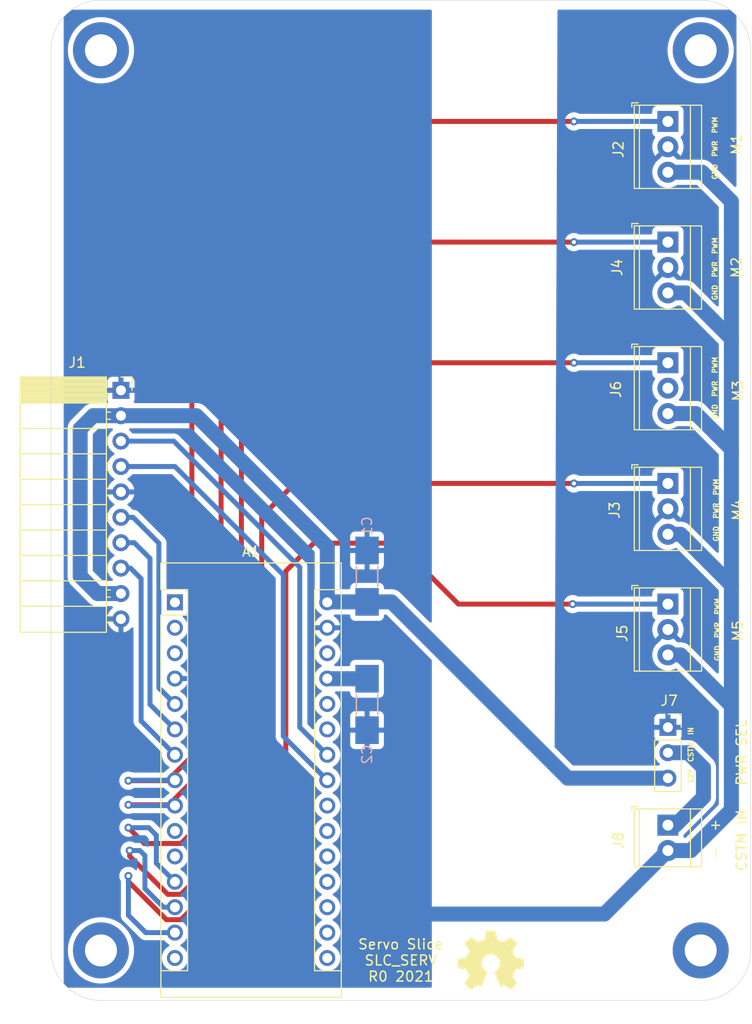
<source format=kicad_pcb>
(kicad_pcb (version 20240108) (generator "pcbnew") (generator_version "8.0")
  (layers (0 "F.Cu" signal) (31 "B.Cu" signal) (34 "B.Paste" user) (35 "F.Paste" user) (36 "B.SilkS" user "B.Silkscreen") (37 "F.SilkS" user "F.Silkscreen") (38 "B.Mask" user) (39 "F.Mask" user) (44 "Edge.Cuts" user))
  (net 0 "")
  (net 1 "Net-(A1-Pad16)")
  (net 2 "Net-(A1-Pad15)")
  (net 3 "GND")
  (net 4 "Net-(A1-Pad28)")
  (net 5 "+5V")
  (net 6 "Net-(A1-Pad11)")
  (net 7 "Net-(A1-Pad26)")
  (net 8 "Net-(A1-Pad10)")
  (net 9 "Net-(A1-Pad25)")
  (net 10 "/I2C_CLK")
  (net 11 "/I2C_DAT")
  (net 12 "Net-(A1-Pad22)")
  (net 13 "/SYNC")
  (net 14 "Net-(A1-Pad21)")
  (net 15 "/E_STOP")
  (net 16 "Net-(A1-Pad20)")
  (net 17 "Net-(A1-Pad19)")
  (net 18 "Net-(A1-Pad3)")
  (net 19 "Net-(A1-Pad18)")
  (net 20 "Net-(A1-Pad2)")
  (net 21 "Net-(A1-Pad17)")
  (net 22 "Net-(A1-Pad1)")
  (net 23 "+12V")
  (net 24 "/INT")
  (net 25 "/PWM1")
  (net 26 "/PWM2")
  (net 27 "/PWM3")
  (net 28 "/PWM4")
  (net 29 "/PWM5")
  (net 30 "/PWR")
  (net 31 "Net-(J6-Pad2)")
  (net 32 "/CSTM")
  (footprint "MountingHole:MountingHole_3.2mm_M3_DIN965_Pad" (layer "F.Cu") (at 127.6 44.8)
    (property "Reference" "H1" (hide yes))
    (property "Value" "MountingHole")
    (pad "1" thru_hole circle (at 0 0) (size 5.6 5.6) (drill 3.2) (layers "*.Cu" "*.Mask"))
  )
  (footprint "MountingHole:MountingHole_3.2mm_M3_DIN965_Pad" (layer "F.Cu") (at 187.6 44.8)
    (property "Reference" "H2" (hide yes))
    (property "Value" "MountingHole")
    (pad "1" thru_hole circle (at 0 0) (size 5.6 5.6) (drill 3.2) (layers "*.Cu" "*.Mask"))
  )
  (footprint "MountingHole:MountingHole_3.2mm_M3_DIN965_Pad" (layer "F.Cu") (at 127.6 134.8)
    (property "Reference" "H3" (hide yes))
    (property "Value" "MountingHole")
    (pad "1" thru_hole circle (at 0 0) (size 5.6 5.6) (drill 3.2) (layers "*.Cu" "*.Mask"))
  )
  (footprint "MountingHole:MountingHole_3.2mm_M3_DIN965_Pad" (layer "F.Cu") (at 187.6 134.8)
    (property "Reference" "H4" (hide yes))
    (property "Value" "MountingHole")
    (pad "1" thru_hole circle (at 0 0) (size 5.6 5.6) (drill 3.2) (layers "*.Cu" "*.Mask"))
  )
  (footprint "Module:Arduino_Nano" (layer "F.Cu") (at 135 100)
    (property "Reference" "A1" (at 7.62 -5.08 0) (layer "F.SilkS"))
    (property "Value" "Arduino_Nano_v3.x")
    (fp_line (start -1.4 -3.94) (end -1.4 -1.27) (stroke (width 0.12)) (layer "F.SilkS"))
    (fp_line (start -1.4 1.27) (end -1.4 39.5) (stroke (width 0.12)) (layer "F.SilkS"))
    (fp_line (start -1.4 39.5) (end 16.64 39.5) (stroke (width 0.12)) (layer "F.SilkS"))
    (fp_line (start 1.27 -1.27) (end -1.4 -1.27) (stroke (width 0.12)) (layer "F.SilkS"))
    (fp_line (start 1.27 1.27) (end -1.4 1.27) (stroke (width 0.12)) (layer "F.SilkS"))
    (fp_line (start 1.27 1.27) (end 1.27 -1.27) (stroke (width 0.12)) (layer "F.SilkS"))
    (fp_line (start 1.27 1.27) (end 1.27 36.83) (stroke (width 0.12)) (layer "F.SilkS"))
    (fp_line (start 1.27 36.83) (end -1.4 36.83) (stroke (width 0.12)) (layer "F.SilkS"))
    (fp_line (start 13.97 -1.27) (end 13.97 36.83) (stroke (width 0.12)) (layer "F.SilkS"))
    (fp_line (start 13.97 -1.27) (end 16.64 -1.27) (stroke (width 0.12)) (layer "F.SilkS"))
    (fp_line (start 13.97 36.83) (end 16.64 36.83) (stroke (width 0.12)) (layer "F.SilkS"))
    (fp_line (start 16.64 -3.94) (end -1.4 -3.94) (stroke (width 0.12)) (layer "F.SilkS"))
    (fp_line (start 16.64 39.5) (end 16.64 -3.94) (stroke (width 0.12)) (layer "F.SilkS"))
    (pad "1" thru_hole rect (at 0 0) (size 1.6 1.6) (drill 1) (layers "*.Cu" "*.Mask") (net 22 "Net-(A1-Pad1)"))
    (pad "2" thru_hole oval (at 0 2.54) (size 1.6 1.6) (drill 1) (layers "*.Cu" "*.Mask") (net 20 "Net-(A1-Pad2)"))
    (pad "3" thru_hole oval (at 0 5.08) (size 1.6 1.6) (drill 1) (layers "*.Cu" "*.Mask") (net 18 "Net-(A1-Pad3)"))
    (pad "4" thru_hole oval (at 0 7.62) (size 1.6 1.6) (drill 1) (layers "*.Cu" "*.Mask") (net 3 "GND"))
    (pad "5" thru_hole oval (at 0 10.16) (size 1.6 1.6) (drill 1) (layers "*.Cu" "*.Mask") (net 15 "/E_STOP"))
    (pad "6" thru_hole oval (at 0 12.7) (size 1.6 1.6) (drill 1) (layers "*.Cu" "*.Mask") (net 24 "/INT"))
    (pad "7" thru_hole oval (at 0 15.24) (size 1.6 1.6) (drill 1) (layers "*.Cu" "*.Mask") (net 13 "/SYNC"))
    (pad "8" thru_hole oval (at 0 17.78) (size 1.6 1.6) (drill 1) (layers "*.Cu" "*.Mask") (net 25 "/PWM1"))
    (pad "9" thru_hole oval (at 0 20.32) (size 1.6 1.6) (drill 1) (layers "*.Cu" "*.Mask") (net 26 "/PWM2"))
    (pad "10" thru_hole oval (at 0 22.86) (size 1.6 1.6) (drill 1) (layers "*.Cu" "*.Mask") (net 8 "Net-(A1-Pad10)"))
    (pad "11" thru_hole oval (at 0 25.4) (size 1.6 1.6) (drill 1) (layers "*.Cu" "*.Mask") (net 6 "Net-(A1-Pad11)"))
    (pad "12" thru_hole oval (at 0 27.94) (size 1.6 1.6) (drill 1) (layers "*.Cu" "*.Mask") (net 27 "/PWM3"))
    (pad "13" thru_hole oval (at 0 30.48) (size 1.6 1.6) (drill 1) (layers "*.Cu" "*.Mask") (net 28 "/PWM4"))
    (pad "14" thru_hole oval (at 0 33.02) (size 1.6 1.6) (drill 1) (layers "*.Cu" "*.Mask") (net 29 "/PWM5"))
    (pad "15" thru_hole oval (at 0 35.56) (size 1.6 1.6) (drill 1) (layers "*.Cu" "*.Mask") (net 2 "Net-(A1-Pad15)"))
    (pad "16" thru_hole oval (at 15.24 35.56) (size 1.6 1.6) (drill 1) (layers "*.Cu" "*.Mask") (net 1 "Net-(A1-Pad16)"))
    (pad "17" thru_hole oval (at 15.24 33.02) (size 1.6 1.6) (drill 1) (layers "*.Cu" "*.Mask") (net 21 "Net-(A1-Pad17)"))
    (pad "18" thru_hole oval (at 15.24 30.48) (size 1.6 1.6) (drill 1) (layers "*.Cu" "*.Mask") (net 19 "Net-(A1-Pad18)"))
    (pad "19" thru_hole oval (at 15.24 27.94) (size 1.6 1.6) (drill 1) (layers "*.Cu" "*.Mask") (net 17 "Net-(A1-Pad19)"))
    (pad "20" thru_hole oval (at 15.24 25.4) (size 1.6 1.6) (drill 1) (layers "*.Cu" "*.Mask") (net 16 "Net-(A1-Pad20)"))
    (pad "21" thru_hole oval (at 15.24 22.86) (size 1.6 1.6) (drill 1) (layers "*.Cu" "*.Mask") (net 14 "Net-(A1-Pad21)"))
    (pad "22" thru_hole oval (at 15.24 20.32) (size 1.6 1.6) (drill 1) (layers "*.Cu" "*.Mask") (net 12 "Net-(A1-Pad22)"))
    (pad "23" thru_hole oval (at 15.24 17.78) (size 1.6 1.6) (drill 1) (layers "*.Cu" "*.Mask") (net 11 "/I2C_DAT"))
    (pad "24" thru_hole oval (at 15.24 15.24) (size 1.6 1.6) (drill 1) (layers "*.Cu" "*.Mask") (net 10 "/I2C_CLK"))
    (pad "25" thru_hole oval (at 15.24 12.7) (size 1.6 1.6) (drill 1) (layers "*.Cu" "*.Mask") (net 9 "Net-(A1-Pad25)"))
    (pad "26" thru_hole oval (at 15.24 10.16) (size 1.6 1.6) (drill 1) (layers "*.Cu" "*.Mask") (net 7 "Net-(A1-Pad26)"))
    (pad "27" thru_hole oval (at 15.24 7.62) (size 1.6 1.6) (drill 1) (layers "*.Cu" "*.Mask") (net 5 "+5V"))
    (pad "28" thru_hole oval (at 15.24 5.08) (size 1.6 1.6) (drill 1) (layers "*.Cu" "*.Mask") (net 4 "Net-(A1-Pad28)"))
    (pad "29" thru_hole oval (at 15.24 2.54) (size 1.6 1.6) (drill 1) (layers "*.Cu" "*.Mask") (net 3 "GND"))
    (pad "30" thru_hole oval (at 15.24 0) (size 1.6 1.6) (drill 1) (layers "*.Cu" "*.Mask") (net 23 "+12V"))
  )
  (footprint "Connector_PinSocket_2.54mm:PinSocket_1x10_P2.54mm_Horizontal" (layer "F.Cu") (at 129.6 78.8)
    (property "Reference" "J1" (at -4.38 -2.77 0) (layer "F.SilkS"))
    (property "Value" "Conn_01x10_Female")
    (fp_line (start -10.09 -1.33) (end -10.09 24.19) (stroke (width 0.12)) (layer "F.SilkS"))
    (fp_line (start -10.09 -1.33) (end -1.46 -1.33) (stroke (width 0.12)) (layer "F.SilkS"))
    (fp_line (start -10.09 -1.21) (end -1.46 -1.21) (stroke (width 0.12)) (layer "F.SilkS"))
    (fp_line (start -10.09 -1.091905) (end -1.46 -1.091905) (stroke (width 0.12)) (layer "F.SilkS"))
    (fp_line (start -10.09 -0.97381) (end -1.46 -0.97381) (stroke (width 0.12)) (layer "F.SilkS"))
    (fp_line (start -10.09 -0.855715) (end -1.46 -0.855715) (stroke (width 0.12)) (layer "F.SilkS"))
    (fp_line (start -10.09 -0.73762) (end -1.46 -0.73762) (stroke (width 0.12)) (layer "F.SilkS"))
    (fp_line (start -10.09 -0.619525) (end -1.46 -0.619525) (stroke (width 0.12)) (layer "F.SilkS"))
    (fp_line (start -10.09 -0.50143) (end -1.46 -0.50143) (stroke (width 0.12)) (layer "F.SilkS"))
    (fp_line (start -10.09 -0.383335) (end -1.46 -0.383335) (stroke (width 0.12)) (layer "F.SilkS"))
    (fp_line (start -10.09 -0.26524) (end -1.46 -0.26524) (stroke (width 0.12)) (layer "F.SilkS"))
    (fp_line (start -10.09 -0.147145) (end -1.46 -0.147145) (stroke (width 0.12)) (layer "F.SilkS"))
    (fp_line (start -10.09 -0.02905) (end -1.46 -0.02905) (stroke (width 0.12)) (layer "F.SilkS"))
    (fp_line (start -10.09 0.089045) (end -1.46 0.089045) (stroke (width 0.12)) (layer "F.SilkS"))
    (fp_line (start -10.09 0.20714) (end -1.46 0.20714) (stroke (width 0.12)) (layer "F.SilkS"))
    (fp_line (start -10.09 0.325235) (end -1.46 0.325235) (stroke (width 0.12)) (layer "F.SilkS"))
    (fp_line (start -10.09 0.44333) (end -1.46 0.44333) (stroke (width 0.12)) (layer "F.SilkS"))
    (fp_line (start -10.09 0.561425) (end -1.46 0.561425) (stroke (width 0.12)) (layer "F.SilkS"))
    (fp_line (start -10.09 0.67952) (end -1.46 0.67952) (stroke (width 0.12)) (layer "F.SilkS"))
    (fp_line (start -10.09 0.797615) (end -1.46 0.797615) (stroke (width 0.12)) (layer "F.SilkS"))
    (fp_line (start -10.09 0.91571) (end -1.46 0.91571) (stroke (width 0.12)) (layer "F.SilkS"))
    (fp_line (start -10.09 1.033805) (end -1.46 1.033805) (stroke (width 0.12)) (layer "F.SilkS"))
    (fp_line (start -10.09 1.1519) (end -1.46 1.1519) (stroke (width 0.12)) (layer "F.SilkS"))
    (fp_line (start -10.09 1.27) (end -1.46 1.27) (stroke (width 0.12)) (layer "F.SilkS"))
    (fp_line (start -10.09 3.81) (end -1.46 3.81) (stroke (width 0.12)) (layer "F.SilkS"))
    (fp_line (start -10.09 6.35) (end -1.46 6.35) (stroke (width 0.12)) (layer "F.SilkS"))
    (fp_line (start -10.09 8.89) (end -1.46 8.89) (stroke (width 0.12)) (layer "F.SilkS"))
    (fp_line (start -10.09 11.43) (end -1.46 11.43) (stroke (width 0.12)) (layer "F.SilkS"))
    (fp_line (start -10.09 13.97) (end -1.46 13.97) (stroke (width 0.12)) (layer "F.SilkS"))
    (fp_line (start -10.09 16.51) (end -1.46 16.51) (stroke (width 0.12)) (layer "F.SilkS"))
    (fp_line (start -10.09 19.05) (end -1.46 19.05) (stroke (width 0.12)) (layer "F.SilkS"))
    (fp_line (start -10.09 21.59) (end -1.46 21.59) (stroke (width 0.12)) (layer "F.SilkS"))
    (fp_line (start -10.09 24.19) (end -1.46 24.19) (stroke (width 0.12)) (layer "F.SilkS"))
    (fp_line (start -1.46 -1.33) (end -1.46 24.19) (stroke (width 0.12)) (layer "F.SilkS"))
    (fp_line (start -1.46 -0.36) (end -1.11 -0.36) (stroke (width 0.12)) (layer "F.SilkS"))
    (fp_line (start -1.46 0.36) (end -1.11 0.36) (stroke (width 0.12)) (layer "F.SilkS"))
    (fp_line (start -1.46 2.18) (end -1.05 2.18) (stroke (width 0.12)) (layer "F.SilkS"))
    (fp_line (start -1.46 2.9) (end -1.05 2.9) (stroke (width 0.12)) (layer "F.SilkS"))
    (fp_line (start -1.46 4.72) (end -1.05 4.72) (stroke (width 0.12)) (layer "F.SilkS"))
    (fp_line (start -1.46 5.44) (end -1.05 5.44) (stroke (width 0.12)) (layer "F.SilkS"))
    (fp_line (start -1.46 7.26) (end -1.05 7.26) (stroke (width 0.12)) (layer "F.SilkS"))
    (fp_line (start -1.46 7.98) (end -1.05 7.98) (stroke (width 0.12)) (layer "F.SilkS"))
    (fp_line (start -1.46 9.8) (end -1.05 9.8) (stroke (width 0.12)) (layer "F.SilkS"))
    (fp_line (start -1.46 10.52) (end -1.05 10.52) (stroke (width 0.12)) (layer "F.SilkS"))
    (fp_line (start -1.46 12.34) (end -1.05 12.34) (stroke (width 0.12)) (layer "F.SilkS"))
    (fp_line (start -1.46 13.06) (end -1.05 13.06) (stroke (width 0.12)) (layer "F.SilkS"))
    (fp_line (start -1.46 14.88) (end -1.05 14.88) (stroke (width 0.12)) (layer "F.SilkS"))
    (fp_line (start -1.46 15.6) (end -1.05 15.6) (stroke (width 0.12)) (layer "F.SilkS"))
    (fp_line (start -1.46 17.42) (end -1.05 17.42) (stroke (width 0.12)) (layer "F.SilkS"))
    (fp_line (start -1.46 18.14) (end -1.05 18.14) (stroke (width 0.12)) (layer "F.SilkS"))
    (fp_line (start -1.46 19.96) (end -1.05 19.96) (stroke (width 0.12)) (layer "F.SilkS"))
    (fp_line (start -1.46 20.68) (end -1.05 20.68) (stroke (width 0.12)) (layer "F.SilkS"))
    (fp_line (start -1.46 22.5) (end -1.05 22.5) (stroke (width 0.12)) (layer "F.SilkS"))
    (fp_line (start -1.46 23.22) (end -1.05 23.22) (stroke (width 0.12)) (layer "F.SilkS"))
    (fp_line (start 0 -1.33) (end 1.11 -1.33) (stroke (width 0.12)) (layer "F.SilkS"))
    (fp_line (start 1.11 -1.33) (end 1.11 0) (stroke (width 0.12)) (layer "F.SilkS"))
    (pad "1" thru_hole rect (at 0 0) (size 1.7 1.7) (drill 1) (layers "*.Cu" "*.Mask") (net 3 "GND"))
    (pad "2" thru_hole oval (at 0 2.54) (size 1.7 1.7) (drill 1) (layers "*.Cu" "*.Mask") (net 23 "+12V"))
    (pad "3" thru_hole oval (at 0 5.08) (size 1.7 1.7) (drill 1) (layers "*.Cu" "*.Mask") (net 10 "/I2C_CLK"))
    (pad "4" thru_hole oval (at 0 7.62) (size 1.7 1.7) (drill 1) (layers "*.Cu" "*.Mask") (net 11 "/I2C_DAT"))
    (pad "5" thru_hole oval (at 0 10.16) (size 1.7 1.7) (drill 1) (layers "*.Cu" "*.Mask") (net 3 "GND"))
    (pad "6" thru_hole oval (at 0 12.7) (size 1.7 1.7) (drill 1) (layers "*.Cu" "*.Mask") (net 15 "/E_STOP"))
    (pad "7" thru_hole oval (at 0 15.24) (size 1.7 1.7) (drill 1) (layers "*.Cu" "*.Mask") (net 24 "/INT"))
    (pad "8" thru_hole oval (at 0 17.78) (size 1.7 1.7) (drill 1) (layers "*.Cu" "*.Mask") (net 13 "/SYNC"))
    (pad "9" thru_hole oval (at 0 20.32) (size 1.7 1.7) (drill 1) (layers "*.Cu" "*.Mask") (net 23 "+12V"))
    (pad "10" thru_hole oval (at 0 22.86) (size 1.7 1.7) (drill 1) (layers "*.Cu" "*.Mask") (net 3 "GND"))
  )
  (footprint "Symbol:OSHW-Symbol_6.7x6mm_SilkScreen" (layer "F.Cu") (at 166.6 135.8)
    (property "Reference" "Logo1" (hide yes))
    (property "Value" "Logo_Open_Hardware_Small" (hide yes))
    (fp_poly (pts (xy 0.555814 -2.531069) (xy 0.639635 -2.086445) (xy 0.94892 -1.958947) (xy 1.258206 -1.831449) (xy 1.629246 -2.083754) (xy 1.733157 -2.154004) (xy 1.827087 -2.216728) (xy 1.906652 -2.269062) (xy 1.96747 -2.308143) (xy 2.005157 -2.331107) (xy 2.015421 -2.336058) (xy 2.03391 -2.323324) (xy 2.07342 -2.288118) (xy 2.129522 -2.234938) (xy 2.197787 -2.168282) (xy 2.273786 -2.092646) (xy 2.353092 -2.012528) (xy 2.431275 -1.932426) (xy 2.503907 -1.856836) (xy 2.566559 -1.790255) (xy 2.614803 -1.737182) (xy 2.64421 -1.702113) (xy 2.651241 -1.690377) (xy 2.641123 -1.66874) (xy 2.612759 -1.621338) (xy 2.569129 -1.552807) (xy 2.513218 -1.467785) (xy 2.448006 -1.370907) (xy 2.410219 -1.31565) (xy 2.341343 -1.214752) (xy 2.28014 -1.123701) (xy 2.229578 -1.04703) (xy 2.192628 -0.989272) (xy 2.172258 -0.954957) (xy 2.169197 -0.947746) (xy 2.176136 -0.927252) (xy 2.195051 -0.879487) (xy 2.223087 -0.811168) (xy 2.257391 -0.729011) (xy 2.295109 -0.63973) (xy 2.333387 -0.550042) (xy 2.36937 -0.466662) (xy 2.400206 -0.396306) (xy 2.423039 -0.34569) (xy 2.435017 -0.321529) (xy 2.435724 -0.320578) (xy 2.454531 -0.315964) (xy 2.504618 -0.305672) (xy 2.580793 -0.290713) (xy 2.677865 -0.272099) (xy 2.790643 -0.250841) (xy 2.856442 -0.238582) (xy 2.97695 -0.215638) (xy 3.085797 -0.193805) (xy 3.177476 -0.174278) (xy 3.246481 -0.158252) (xy 3.287304 -0.146921) (xy 3.295511 -0.143326) (xy 3.303548 -0.118994) (xy 3.310033 -0.064041) (xy 3.31497 0.015108) (xy 3.318364 0.112026) (xy 3.320218 0.220287) (xy 3.320538 0.333465) (xy 3.319327 0.445135) (xy 3.31659 0.548868) (xy 3.312331 0.638241) (xy 3.306555 0.706826) (xy 3.299267 0.748197) (xy 3.294895 0.75681) (xy 3.268764 0.767133) (xy 3.213393 0.781892) (xy 3.136107 0.799352) (xy 3.04423 0.81778) (xy 3.012158 0.823741) (xy 2.857524 0.852066) (xy 2.735375 0.874876) (xy 2.641673 0.89308) (xy 2.572384 0.907583) (xy 2.523471 0.919292) (xy 2.490897 0.929115) (xy 2.470628 0.937956) (xy 2.458626 0.946724) (xy 2.456947 0.948457) (xy 2.440184 0.976371) (xy 2.414614 1.030695) (xy 2.382788 1.104777) (xy 2.34726 1.191965) (xy 2.310583 1.285608) (xy 2.275311 1.379052) (xy 2.243996 1.465647) (xy 2.219193 1.53874) (xy 2.203454 1.591678) (xy 2.199332 1.617811) (xy 2.199676 1.618726) (xy 2.213641 1.640086) (xy 2.245322 1.687084) (xy 2.291391 1.754827) (xy 2.348518 1.838423) (xy 2.413373 1.932982) (xy 2.431843 1.959854) (xy 2.497699 2.057275) (xy 2.55565 2.146163) (xy 2.602538 2.221412) (xy 2.635207 2.27792) (xy 2.6505 2.310581) (xy 2.651241 2.314593) (xy 2.638392 2.335684) (xy 2.602888 2.377464) (xy 2.549293 2.435445) (xy 2.482171 2.505135) (xy 2.406087 2.582045) (xy 2.325604 2.661683) (xy 2.245287 2.739561) (xy 2.169699 2.811186) (xy 2.103405 2.87207) (xy 2.050969 2.917721) (xy 2.016955 2.94365) (xy 2.007545 2.947883) (xy 1.985643 2.937912) (xy 1.9408 2.91102) (xy 1.880321 2.871736) (xy 1.833789 2.840117) (xy 1.749475 2.782098) (xy 1.649626 2.713784) (xy 1.549473 2.645579) (xy 1.495627 2.609075) (xy 1.313371 2.4858) (xy 1.160381 2.56852) (xy 1.090682 2.604759) (xy 1.031414 2.632926) (xy 0.991311 2.648991) (xy 0.981103 2.651226) (xy 0.968829 2.634722) (xy 0.944613 2.588082) (xy 0.910263 2.515609) (xy 0.867588 2.421606) (xy 0.818394 2.310374) (xy 0.76449 2.186215) (xy 0.707684 2.053432) (xy 0.649782 1.916327) (xy 0.592593 1.779202) (xy 0.537924 1.646358) (xy 0.487584 1.522098) (xy 0.44338 1.410725) (xy 0.407119 1.316539) (xy 0.380609 1.243844) (xy 0.365658 1.196941) (xy 0.363254 1.180833) (xy 0.382311 1.160286) (xy 0.424036 1.126933) (xy 0.479706 1.087702) (xy 0.484378 1.084599) (xy 0.628264 0.969423) (xy 0.744283 0.835053) (xy 0.83143 0.685784) (xy 0.888699 0.525913) (xy 0.915086 0.359737) (xy 0.909585 0.191552) (xy 0.87119 0.025655) (xy 0.798895 -0.133658) (xy 0.777626 -0.168513) (xy 0.666996 -0.309263) (xy 0.536302 -0.422286) (xy 0.390064 -0.506997) (xy 0.232808 -0.562806) (xy 0.069057 -0.589126) (xy -0.096667 -0.58537) (xy -0.259838 -0.55095) (xy -0.415935 -0.485277) (xy -0.560433 -0.387765) (xy -0.605131 -0.348187) (xy -0.718888 -0.224297) (xy -0.801782 -0.093876) (xy -0.858644 0.052315) (xy -0.890313 0.197088) (xy -0.898131 0.35986) (xy -0.872062 0.52344) (xy -0.814755 0.682298) (xy -0.728856 0.830906) (xy -0.617014 0.963735) (xy -0.481877 1.075256) (xy -0.464117 1.087011) (xy -0.40785 1.125508) (xy -0.365077 1.158863) (xy -0.344628 1.18016) (xy -0.344331 1.180833) (xy -0.348721 1.203871) (xy -0.366124 1.256157) (xy -0.394732 1.33339) (xy -0.432735 1.431268) (xy -0.478326 1.545491) (xy -0.529697 1.671758) (xy -0.585038 1.805767) (xy -0.642542 1.943218) (xy -0.700399 2.079808) (xy -0.756802 2.211237) (xy -0.809942 2.333205) (xy -0.85801 2.441409) (xy -0.899199 2.531549) (xy -0.931699 2.599323) (xy -0.953703 2.64043) (xy -0.962564 2.651226) (xy -0.98964 2.642819) (xy -1.040303 2.620272) (xy -1.105817 2.587613) (xy -1.141841 2.56852) (xy -1.294832 2.4858) (xy -1.477088 2.609075) (xy -1.570125 2.672228) (xy -1.671985 2.741727) (xy -1.767438 2.807165) (xy -1.81525 2.840117) (xy -1.882495 2.885273) (xy -1.939436 2.921057) (xy -1.978646 2.942938) (xy -1.991381 2.947563) (xy -2.009917 2.935085) (xy -2.050941 2.900252) (xy -2.110475 2.846678) (xy -2.184542 2.777983) (xy -2.269165 2.697781) (xy -2.322685 2.646286) (xy -2.416319 2.554286) (xy -2.497241 2.471999) (xy -2.562177 2.402945) (xy -2.607858 2.350644) (xy -2.631011 2.318616) (xy -2.633232 2.312116) (xy -2.622924 2.287394) (xy -2.594439 2.237405) (xy -2.550937 2.167212) (xy -2.495577 2.081875) (xy -2.43152 1.986456) (xy -2.413303 1.959854) (xy -2.346927 1.863167) (xy -2.287378 1.776117) (xy -2.237984 1.703595) (xy -2.202075 1.650493) (xy -2.182981 1.621703) (xy -2.181136 1.618726) (xy -2.183895 1.595782) (xy -2.198538 1.545336) (xy -2.222513 1.474041) (xy -2.253266 1.388547) (xy -2.288244 1.295507) (xy -2.324893 1.201574) (xy -2.360661 1.113399) (xy -2.392994 1.037634) (xy -2.419338 0.980931) (xy -2.437142 0.949943) (xy -2.438407 0.948457) (xy -2.449294 0.939601) (xy -2.467682 0.930843) (xy -2.497606 0.921277) (xy -2.543103 0.909996) (xy -2.608209 0.896093) (xy -2.696961 0.878663) (xy -2.813393 0.856798) (xy -2.961542 0.829591) (xy -2.993618 0.823741) (xy -3.088686 0.805374) (xy -3.171565 0.787405) (xy -3.23493 0.771569) (xy -3.271458 0.7596) (xy -3.276356 0.75681) (xy -3.284427 0.732072) (xy -3.290987 0.67679) (xy -3.296033 0.597389) (xy -3.299559 0.500296) (xy -3.301561 0.391938) (xy -3.302036 0.27874) (xy -3.300977 0.167128) (xy -3.298382 0.063529) (xy -3.294246 -0.025632) (xy -3.288563 -0.093928) (xy -3.281331 -0.134934) (xy -3.276971 -0.143326) (xy -3.252698 -0.151792) (xy -3.197426 -0.165565) (xy -3.116662 -0.18345) (xy -3.015912 -0.204252) (xy -2.900683 -0.226777) (xy -2.837902 -0.238582) (xy -2.718787 -0.260849) (xy -2.612565 -0.281021) (xy -2.524427 -0.298085) (xy -2.459566 -0.311031) (xy -2.423174 -0.318845) (xy -2.417184 -0.320578) (xy -2.407061 -0.34011) (xy -2.385662 -0.387157) (xy -2.355839 -0.454997) (xy -2.320445 -0.536909) (xy -2.282332 -0.626172) (xy -2.244353 -0.716065) (xy -2.20936 -0.799865) (xy -2.180206 -0.870853) (xy -2.159743 -0.922306) (xy -2.150823 -0.947503) (xy -2.150657 -0.948604) (xy -2.160769 -0.968481) (xy -2.189117 -1.014223) (xy -2.232723 -1.081283) (xy -2.288606 -1.165116) (xy -2.353787 -1.261174) (xy -2.391679 -1.31635) (xy -2.460725 -1.417519) (xy -2.52205 -1.50937) (xy -2.572663 -1.587256) (xy -2.609571 -1.646531) (xy -2.629782 -1.682549) (xy -2.632701 -1.690623) (xy -2.620153 -1.709416) (xy -2.585463 -1.749543) (xy -2.533063 -1.806507) (xy -2.467384 -1.875815) (xy -2.392856 -1.952969) (xy -2.313913 -2.033475) (xy -2.234983 -2.112837) (xy -2.1605 -2.18656) (xy -2.094894 -2.250148) (xy -2.042596 -2.299106) (xy -2.008039 -2.328939) (xy -1.996478 -2.336058) (xy -1.977654 -2.326047) (xy -1.932631 -2.297922) (xy -1.865787 -2.254546) (xy -1.781499 -2.198782) (xy -1.684144 -2.133494) (xy -1.610707 -2.083754) (xy -1.239667 -1.831449) (xy -0.621095 -2.086445) (xy -0.537275 -2.531069) (xy -0.453454 -2.975693) (xy 0.471994 -2.975693) (xy 0.555814 -2.531069)) (stroke (width 0.01)) (fill solid) (layer "F.SilkS"))
  )
  (footprint "TerminalBlock_TE-Connectivity:TerminalBlock_TE_282834-3_1x03_P2.54mm_Horizontal" (layer "F.Cu") (at 184.322 51.916 -90)
    (property "Reference" "J2" (at 2.794 4.953 90) (layer "F.SilkS"))
    (property "Value" "Screw_Terminal_01x03")
    (fp_line (start -1.86 3.61) (end -1.46 3.61) (stroke (width 0.12)) (layer "F.SilkS"))
    (fp_line (start -1.62 3.37) (end 6.7 3.37) (stroke (width 0.12)) (layer "F.SilkS"))
    (fp_line (start -1.86 2.97) (end -1.86 3.61) (stroke (width 0.12)) (layer "F.SilkS"))
    (fp_line (start -1.62 2.85) (end 6.7 2.85) (stroke (width 0.12)) (layer "F.SilkS"))
    (fp_line (start -1.62 -2.25) (end 6.7 -2.25) (stroke (width 0.12)) (layer "F.SilkS"))
    (fp_line (start -1.62 -3.37) (end -1.62 3.37) (stroke (width 0.12)) (layer "F.SilkS"))
    (fp_line (start -1.62 -3.37) (end 6.7 -3.37) (stroke (width 0.12)) (layer "F.SilkS"))
    (fp_line (start 6.7 -3.37) (end 6.7 3.37) (stroke (width 0.12)) (layer "F.SilkS"))
    (pad "1" thru_hole rect (at 0 0 270) (size 2.1 2.1) (drill 1.1) (layers "*.Cu" "*.Mask") (net 25 "/PWM1"))
    (pad "2" thru_hole circle (at 2.54 0 270) (size 2.1 2.1) (drill 1.1) (layers "*.Cu" "*.Mask") (net 30 "/PWR"))
    (pad "3" thru_hole circle (at 5.08 0 270) (size 2.1 2.1) (drill 1.1) (layers "*.Cu" "*.Mask") (net 3 "GND"))
  )
  (footprint "TerminalBlock_TE-Connectivity:TerminalBlock_TE_282834-3_1x03_P2.54mm_Horizontal" (layer "F.Cu") (at 184.322 88.111 -90)
    (property "Reference" "J3" (at 2.667 5.334 90) (layer "F.SilkS"))
    (property "Value" "Screw_Terminal_01x03")
    (fp_line (start -1.86 3.61) (end -1.46 3.61) (stroke (width 0.12)) (layer "F.SilkS"))
    (fp_line (start -1.62 3.37) (end 6.7 3.37) (stroke (width 0.12)) (layer "F.SilkS"))
    (fp_line (start -1.86 2.97) (end -1.86 3.61) (stroke (width 0.12)) (layer "F.SilkS"))
    (fp_line (start -1.62 2.85) (end 6.7 2.85) (stroke (width 0.12)) (layer "F.SilkS"))
    (fp_line (start -1.62 -2.25) (end 6.7 -2.25) (stroke (width 0.12)) (layer "F.SilkS"))
    (fp_line (start -1.62 -3.37) (end -1.62 3.37) (stroke (width 0.12)) (layer "F.SilkS"))
    (fp_line (start -1.62 -3.37) (end 6.7 -3.37) (stroke (width 0.12)) (layer "F.SilkS"))
    (fp_line (start 6.7 -3.37) (end 6.7 3.37) (stroke (width 0.12)) (layer "F.SilkS"))
    (pad "1" thru_hole rect (at 0 0 270) (size 2.1 2.1) (drill 1.1) (layers "*.Cu" "*.Mask") (net 28 "/PWM4"))
    (pad "2" thru_hole circle (at 2.54 0 270) (size 2.1 2.1) (drill 1.1) (layers "*.Cu" "*.Mask") (net 30 "/PWR"))
    (pad "3" thru_hole circle (at 5.08 0 270) (size 2.1 2.1) (drill 1.1) (layers "*.Cu" "*.Mask") (net 3 "GND"))
  )
  (footprint "TerminalBlock_TE-Connectivity:TerminalBlock_TE_282834-3_1x03_P2.54mm_Horizontal" (layer "F.Cu") (at 184.322 63.981 -90)
    (property "Reference" "J4" (at 2.54 5.08 90) (layer "F.SilkS"))
    (property "Value" "Screw_Terminal_01x03")
    (fp_line (start -1.86 3.61) (end -1.46 3.61) (stroke (width 0.12)) (layer "F.SilkS"))
    (fp_line (start -1.62 3.37) (end 6.7 3.37) (stroke (width 0.12)) (layer "F.SilkS"))
    (fp_line (start -1.86 2.97) (end -1.86 3.61) (stroke (width 0.12)) (layer "F.SilkS"))
    (fp_line (start -1.62 2.85) (end 6.7 2.85) (stroke (width 0.12)) (layer "F.SilkS"))
    (fp_line (start -1.62 -2.25) (end 6.7 -2.25) (stroke (width 0.12)) (layer "F.SilkS"))
    (fp_line (start -1.62 -3.37) (end -1.62 3.37) (stroke (width 0.12)) (layer "F.SilkS"))
    (fp_line (start -1.62 -3.37) (end 6.7 -3.37) (stroke (width 0.12)) (layer "F.SilkS"))
    (fp_line (start 6.7 -3.37) (end 6.7 3.37) (stroke (width 0.12)) (layer "F.SilkS"))
    (pad "1" thru_hole rect (at 0 0 270) (size 2.1 2.1) (drill 1.1) (layers "*.Cu" "*.Mask") (net 26 "/PWM2"))
    (pad "2" thru_hole circle (at 2.54 0 270) (size 2.1 2.1) (drill 1.1) (layers "*.Cu" "*.Mask") (net 30 "/PWR"))
    (pad "3" thru_hole circle (at 5.08 0 270) (size 2.1 2.1) (drill 1.1) (layers "*.Cu" "*.Mask") (net 3 "GND"))
  )
  (footprint "TerminalBlock_TE-Connectivity:TerminalBlock_TE_282834-3_1x03_P2.54mm_Horizontal" (layer "F.Cu") (at 184.322 100.176 -90)
    (property "Reference" "J5" (at 2.921 4.572 90) (layer "F.SilkS"))
    (property "Value" "Screw_Terminal_01x03")
    (fp_line (start -1.86 3.61) (end -1.46 3.61) (stroke (width 0.12)) (layer "F.SilkS"))
    (fp_line (start -1.62 3.37) (end 6.7 3.37) (stroke (width 0.12)) (layer "F.SilkS"))
    (fp_line (start -1.86 2.97) (end -1.86 3.61) (stroke (width 0.12)) (layer "F.SilkS"))
    (fp_line (start -1.62 2.85) (end 6.7 2.85) (stroke (width 0.12)) (layer "F.SilkS"))
    (fp_line (start -1.62 -2.25) (end 6.7 -2.25) (stroke (width 0.12)) (layer "F.SilkS"))
    (fp_line (start -1.62 -3.37) (end -1.62 3.37) (stroke (width 0.12)) (layer "F.SilkS"))
    (fp_line (start -1.62 -3.37) (end 6.7 -3.37) (stroke (width 0.12)) (layer "F.SilkS"))
    (fp_line (start 6.7 -3.37) (end 6.7 3.37) (stroke (width 0.12)) (layer "F.SilkS"))
    (pad "1" thru_hole rect (at 0 0 270) (size 2.1 2.1) (drill 1.1) (layers "*.Cu" "*.Mask") (net 29 "/PWM5"))
    (pad "2" thru_hole circle (at 2.54 0 270) (size 2.1 2.1) (drill 1.1) (layers "*.Cu" "*.Mask") (net 30 "/PWR"))
    (pad "3" thru_hole circle (at 5.08 0 270) (size 2.1 2.1) (drill 1.1) (layers "*.Cu" "*.Mask") (net 3 "GND"))
  )
  (footprint "TerminalBlock_TE-Connectivity:TerminalBlock_TE_282834-3_1x03_P2.54mm_Horizontal" (layer "F.Cu") (at 184.322 76.046 -90)
    (property "Reference" "J6" (at 2.667 5.207 90) (layer "F.SilkS"))
    (property "Value" "Screw_Terminal_01x03")
    (fp_line (start -1.86 3.61) (end -1.46 3.61) (stroke (width 0.12)) (layer "F.SilkS"))
    (fp_line (start -1.62 3.37) (end 6.7 3.37) (stroke (width 0.12)) (layer "F.SilkS"))
    (fp_line (start -1.86 2.97) (end -1.86 3.61) (stroke (width 0.12)) (layer "F.SilkS"))
    (fp_line (start -1.62 2.85) (end 6.7 2.85) (stroke (width 0.12)) (layer "F.SilkS"))
    (fp_line (start -1.62 -2.25) (end 6.7 -2.25) (stroke (width 0.12)) (layer "F.SilkS"))
    (fp_line (start -1.62 -3.37) (end -1.62 3.37) (stroke (width 0.12)) (layer "F.SilkS"))
    (fp_line (start -1.62 -3.37) (end 6.7 -3.37) (stroke (width 0.12)) (layer "F.SilkS"))
    (fp_line (start 6.7 -3.37) (end 6.7 3.37) (stroke (width 0.12)) (layer "F.SilkS"))
    (pad "1" thru_hole rect (at 0 0 270) (size 2.1 2.1) (drill 1.1) (layers "*.Cu" "*.Mask") (net 27 "/PWM3"))
    (pad "2" thru_hole circle (at 2.54 0 270) (size 2.1 2.1) (drill 1.1) (layers "*.Cu" "*.Mask") (net 31 "Net-(J6-Pad2)"))
    (pad "3" thru_hole circle (at 5.08 0 270) (size 2.1 2.1) (drill 1.1) (layers "*.Cu" "*.Mask") (net 3 "GND"))
  )
  (footprint "Connector_PinSocket_2.54mm:PinSocket_1x03_P2.54mm_Vertical" (layer "F.Cu") (at 184.322 112.495)
    (property "Reference" "J7" (at 0.127 -2.667 0) (layer "F.SilkS"))
    (property "Value" "Conn_01x03_Male")
    (fp_line (start -1.33 1.27) (end -1.33 6.41) (stroke (width 0.12)) (layer "F.SilkS"))
    (fp_line (start -1.33 1.27) (end 1.33 1.27) (stroke (width 0.12)) (layer "F.SilkS"))
    (fp_line (start -1.33 6.41) (end 1.33 6.41) (stroke (width 0.12)) (layer "F.SilkS"))
    (fp_line (start 0 -1.33) (end 1.33 -1.33) (stroke (width 0.12)) (layer "F.SilkS"))
    (fp_line (start 1.33 -1.33) (end 1.33 0) (stroke (width 0.12)) (layer "F.SilkS"))
    (fp_line (start 1.33 1.27) (end 1.33 6.41) (stroke (width 0.12)) (layer "F.SilkS"))
    (pad "1" thru_hole rect (at 0 0) (size 1.7 1.7) (drill 1) (layers "*.Cu" "*.Mask") (net 30 "/PWR"))
    (pad "2" thru_hole oval (at 0 2.54) (size 1.7 1.7) (drill 1) (layers "*.Cu" "*.Mask") (net 32 "/CSTM"))
    (pad "3" thru_hole oval (at 0 5.08) (size 1.7 1.7) (drill 1) (layers "*.Cu" "*.Mask") (net 23 "+12V"))
  )
  (footprint "TerminalBlock_TE-Connectivity:TerminalBlock_TE_282834-2_1x02_P2.54mm_Horizontal" (layer "F.Cu") (at 184.322 122.274 -90)
    (property "Reference" "J8" (at 1.524 4.953 90) (layer "F.SilkS"))
    (property "Value" "Screw_Terminal_01x02")
    (fp_line (start -1.86 3.61) (end -1.46 3.61) (stroke (width 0.12)) (layer "F.SilkS"))
    (fp_line (start -1.62 3.37) (end 4.16 3.37) (stroke (width 0.12)) (layer "F.SilkS"))
    (fp_line (start -1.86 2.97) (end -1.86 3.61) (stroke (width 0.12)) (layer "F.SilkS"))
    (fp_line (start -1.62 2.85) (end 4.16 2.85) (stroke (width 0.12)) (layer "F.SilkS"))
    (fp_line (start -1.62 -2.25) (end 4.16 -2.25) (stroke (width 0.12)) (layer "F.SilkS"))
    (fp_line (start -1.62 -3.37) (end -1.62 3.37) (stroke (width 0.12)) (layer "F.SilkS"))
    (fp_line (start -1.62 -3.37) (end 4.16 -3.37) (stroke (width 0.12)) (layer "F.SilkS"))
    (fp_line (start 4.16 -3.37) (end 4.16 3.37) (stroke (width 0.12)) (layer "F.SilkS"))
    (pad "1" thru_hole rect (at 0 0 270) (size 2.1 2.1) (drill 1.1) (layers "*.Cu" "*.Mask") (net 32 "/CSTM"))
    (pad "2" thru_hole circle (at 2.54 0 270) (size 2.1 2.1) (drill 1.1) (layers "*.Cu" "*.Mask") (net 3 "GND"))
  )
  (footprint "OCI_UPL_FOOTPRINTS:C_2312" (layer "B.Cu") (at 154.223 110.209 -90)
    (property "Reference" "C2" (at 5 0 90) (layer "B.SilkS") (effects (justify mirror)))
    (property "Value" "10uF_t")
    (fp_line (start 1 1.07) (end -1.01 1.07) (stroke (width 0.15)) (layer "B.SilkS"))
    (fp_line (start 0.97 -1.07) (end -1.04 -1.07) (stroke (width 0.15)) (layer "B.SilkS"))
    (pad "1" smd rect (at -2.57 0 270) (size 2.77 2.35) (layers "B.Cu" "B.Paste" "B.Mask") (net 5 "+5V"))
    (pad "2" smd rect (at 2.57 0 270) (size 2.77 2.35) (layers "B.Cu" "B.Paste" "B.Mask") (net 3 "GND"))
  )
  (footprint "OCI_UPL_FOOTPRINTS:C_2312" (layer "B.Cu") (at 154.223 97.382 90)
    (property "Reference" "C1" (at 5 0 90) (layer "B.SilkS") (effects (justify mirror)))
    (property "Value" "10uF_t")
    (fp_line (start 0.97 -1.07) (end -1.04 -1.07) (stroke (width 0.15)) (layer "B.SilkS"))
    (fp_line (start 1 1.07) (end -1.01 1.07) (stroke (width 0.15)) (layer "B.SilkS"))
    (pad "1" smd rect (at -2.57 0 90) (size 2.77 2.35) (layers "B.Cu" "B.Paste" "B.Mask") (net 23 "+12V"))
    (pad "2" smd rect (at 2.57 0 90) (size 2.77 2.35) (layers "B.Cu" "B.Paste" "B.Mask") (net 3 "GND"))
  )
  (gr_line (start 192.6 44.8) (end 192.6 134.8) (stroke (width 0.05)) (layer "Edge.Cuts"))
  (gr_line (start 127.6 139.8) (end 187.6 139.8) (stroke (width 0.05)) (layer "Edge.Cuts"))
  (gr_arc (start 192.6 134.8) (mid 191.135534 138.335534) (end 187.6 139.8) (stroke (width 0.05)) (layer "Edge.Cuts"))
  (gr_line (start 122.6 134.8) (end 122.6 44.8) (stroke (width 0.05)) (layer "Edge.Cuts"))
  (gr_arc (start 127.6 139.8) (mid 124.064466 138.335534) (end 122.6 134.8) (stroke (width 0.05)) (layer "Edge.Cuts"))
  (gr_arc (start 187.6 39.8) (mid 191.135534 41.264466) (end 192.6 44.8) (stroke (width 0.05)) (layer "Edge.Cuts"))
  (gr_arc (start 122.6 44.8) (mid 124.064466 41.264466) (end 127.6 39.8) (stroke (width 0.05)) (layer "Edge.Cuts"))
  (gr_line (start 127.6 39.8) (end 187.6 39.8) (stroke (width 0.05)) (layer "Edge.Cuts"))
  (gr_text "GND  PWR  PWM" (at 189.275 102.716 90) (layer "F.SilkS") (effects (font (size 0.5 0.5) (thickness 0.125))))
  (gr_text "PWR SEL" (at 191.688 115.035 90) (layer "F.SilkS") (effects (font (size 1 1))))
  (gr_text "M2" (at 191.18 66.521 90) (layer "F.SilkS") (effects (font (size 1 1))))
  (gr_text "GND  PWR  PWM" (at 189.021 66.648 90) (layer "F.SilkS") (effects (font (size 0.5 0.5) (thickness 0.125))))
  (gr_text "GND  PWR  PWM" (at 189.021 78.586 90) (layer "F.SilkS") (effects (font (size 0.5 0.5) (thickness 0.125))))
  (gr_text "Servo Slice\nSLC_SERV\nR0 2021" (at 157.599999 135.8 0) (layer "F.SilkS") (effects (font (size 1 1))))
  (gr_text "M5" (at 191.307 102.843 90) (layer "F.SilkS") (effects (font (size 1 1))))
  (gr_text "M1" (at 191.18 54.202 90) (layer "F.SilkS") (effects (font (size 1 1))))
  (gr_text "M3" (at 191.307 78.84 90) (layer "F.SilkS") (effects (font (size 1 1))))
  (gr_text "CSTM IN" (at 191.688 123.798 90) (layer "F.SilkS") (effects (font (size 1 1))))
  (gr_text "12V  CSTM  IN" (at 186.608 115.289 90) (layer "F.SilkS") (effects (font (size 0.5 0.5) (thickness 0.125))))
  (gr_text "M4" (at 191.307 90.778 90) (layer "F.SilkS") (effects (font (size 1 1))))
  (gr_text "-  +\n" (at 189.021 123.671 90) (layer "F.SilkS") (effects (font (size 1 1))))
  (gr_text "GND  PWR  PWM" (at 189.021 54.583 90) (layer "F.SilkS") (effects (font (size 0.5 0.5) (thickness 0.125))))
  (gr_text "GND  PWR  PWM" (at 189.148 90.778 90) (layer "F.SilkS") (effects (font (size 0.5 0.5) (thickness 0.125))))
  (segment (start 190.672 110.336) (end 190.672 98.271) (width 1.5) (layer "B.Cu") (net 3))
  (segment (start 190.672 98.271) (end 190.672 84.682) (width 1.5) (layer "B.Cu") (net 3))
  (segment (start 190.672 73.633) (end 186.1 69.061) (width 1.5) (layer "B.Cu") (net 3))
  (segment (start 184.322 124.814) (end 177.972 131.164) (width 1.5) (layer "B.Cu") (net 3))
  (segment (start 190.672 98.271) (end 185.592 93.191) (width 1.5) (layer "B.Cu") (net 3))
  (segment (start 186.608 124.814) (end 190.672 120.75) (width 1.5) (layer "B.Cu") (net 3))
  (segment (start 187.751 56.996) (end 184.322 56.996) (width 1.5) (layer "B.Cu") (net 3))
  (segment (start 187.116 81.126) (end 184.322 81.126) (width 1.5) (layer "B.Cu") (net 3))
  (segment (start 185.592 93.191) (end 184.322 93.191) (width 1.5) (layer "B.Cu") (net 3))
  (segment (start 190.672 110.336) (end 185.592 105.256) (width 1.5) (layer "B.Cu") (net 3))
  (segment (start 190.672 73.633) (end 190.672 59.917) (width 1.5) (layer "B.Cu") (net 3))
  (segment (start 184.322 124.814) (end 186.608 124.814) (width 1.5) (layer "B.Cu") (net 3))
  (segment (start 190.672 120.75) (end 190.672 110.336) (width 1.5) (layer "B.Cu") (net 3))
  (segment (start 190.672 59.917) (end 187.751 56.996) (width 1.5) (layer "B.Cu") (net 3))
  (segment (start 177.972 131.164) (end 158.287 131.164) (width 1.5) (layer "B.Cu") (net 3))
  (segment (start 190.672 84.682) (end 187.116 81.126) (width 1.5) (layer "B.Cu") (net 3))
  (segment (start 190.672 84.682) (end 190.672 73.633) (width 1.5) (layer "B.Cu") (net 3))
  (segment (start 186.1 69.061) (end 184.322 69.061) (width 1.5) (layer "B.Cu") (net 3))
  (segment (start 185.592 105.256) (end 184.322 105.256) (width 1.5) (layer "B.Cu") (net 3))
  (segment (start 150.259 107.639) (end 150.24 107.62) (width 1.5) (layer "B.Cu") (net 5))
  (segment (start 154.223 107.639) (end 150.259 107.639) (width 1.5) (layer "B.Cu") (net 5))
  (segment (start 134.879 83.88) (end 129.6 83.88) (width 0.5) (layer "B.Cu") (net 10))
  (segment (start 147.492 112.492) (end 147.492 96.493) (width 0.5) (layer "B.Cu") (net 10))
  (segment (start 147.492 96.493) (end 134.879 83.88) (width 0.5) (layer "B.Cu") (net 10))
  (segment (start 150.24 115.24) (end 147.492 112.492) (width 0.5) (layer "B.Cu") (net 10))
  (segment (start 135.006 86.42) (end 129.6 86.42) (width 0.5) (layer "B.Cu") (net 11))
  (segment (start 145.841 97.255) (end 135.006 86.42) (width 0.5) (layer "B.Cu") (net 11))
  (segment (start 150.24 117.78) (end 145.841 113.381) (width 0.5) (layer "B.Cu") (net 11))
  (segment (start 145.841 113.381) (end 145.841 97.255) (width 0.5) (layer "B.Cu") (net 11))
  (segment (start 131.617 111.857) (end 131.617 97.636) (width 0.5) (layer "B.Cu") (net 13))
  (segment (start 130.561 96.58) (end 129.6 96.58) (width 0.5) (layer "B.Cu") (net 13))
  (segment (start 135 115.24) (end 131.617 111.857) (width 0.5) (layer "B.Cu") (net 13))
  (segment (start 131.617 97.636) (end 130.561 96.58) (width 0.5) (layer "B.Cu") (net 13))
  (segment (start 135 110.16) (end 133.395 108.555) (width 0.5) (layer "B.Cu") (net 15))
  (segment (start 130.815 91.5) (end 129.6 91.5) (width 0.5) (layer "B.Cu") (net 15))
  (segment (start 133.395 94.08) (end 130.815 91.5) (width 0.5) (layer "B.Cu") (net 15))
  (segment (start 133.395 108.555) (end 133.395 94.08) (width 0.5) (layer "B.Cu") (net 15))
  (segment (start 125.521 97.382) (end 125.521 82.65) (width 1.5) (layer "B.Cu") (net 23))
  (segment (start 154.223 99.952) (end 150.288 99.952) (width 1.5) (layer "B.Cu") (net 23))
  (segment (start 150.24 100) (end 150.24 94.415) (width 1.5) (layer "B.Cu") (net 23))
  (segment (start 127.259 99.12) (end 125.521 97.382) (width 1.5) (layer "B.Cu") (net 23))
  (segment (start 156.666 99.952) (end 154.223 99.952) (width 1.5) (layer "B.Cu") (net 23))
  (segment (start 137.165 81.34) (end 129.6 81.34) (width 1.5) (layer "B.Cu") (net 23))
  (segment (start 126.831 81.34) (end 129.6 81.34) (width 1.5) (layer "B.Cu") (net 23))
  (segment (start 129.6 99.12) (end 127.259 99.12) (width 1.5) (layer "B.Cu") (net 23))
  (segment (start 184.322 117.575) (end 174.289 117.575) (width 1.5) (layer "B.Cu") (net 23))
  (segment (start 150.24 94.415) (end 137.165 81.34) (width 1.5) (layer "B.Cu") (net 23))
  (segment (start 125.521 82.65) (end 126.831 81.34) (width 1.5) (layer "B.Cu") (net 23))
  (segment (start 174.289 117.575) (end 156.666 99.952) (width 1.5) (layer "B.Cu") (net 23))
  (segment (start 150.288 99.952) (end 150.24 100) (width 1.5) (layer "B.Cu") (net 23))
  (segment (start 135 112.7) (end 132.506 110.206) (width 0.5) (layer "B.Cu") (net 24))
  (segment (start 130.942 94.04) (end 129.6 94.04) (width 0.5) (layer "B.Cu") (net 24))
  (segment (start 132.506 95.604) (end 130.942 94.04) (width 0.5) (layer "B.Cu") (net 24))
  (segment (start 132.506 110.206) (end 132.506 95.604) (width 0.5) (layer "B.Cu") (net 24))
  (segment (start 134.261002 117.829) (end 136.697 115.393002) (width 0.5) (layer "F.Cu") (net 25))
  (segment (start 136.697 115.393002) (end 136.697 58.52) (width 0.5) (layer "F.Cu") (net 25))
  (segment (start 143.301 51.916) (end 174.924 51.916) (width 0.5) (layer "F.Cu") (net 25))
  (segment (start 136.697 58.52) (end 143.301 51.916) (width 0.5) (layer "F.Cu") (net 25))
  (segment (start 130.347 117.829) (end 134.261002 117.829) (width 0.5) (layer "F.Cu") (net 25))
  (via (at 174.924 51.916) (size 0.8) (drill 0.4) (layers "F.Cu" "B.Cu") (net 25))
  (via (at 130.347 117.829) (size 0.8) (drill 0.4) (layers "F.Cu" "B.Cu") (net 25))
  (segment (start 135 117.78) (end 130.396 117.78) (width 0.5) (layer "B.Cu") (net 25))
  (segment (start 130.396 117.78) (end 130.347 117.829) (width 0.5) (layer "B.Cu") (net 25))
  (segment (start 174.924 51.916) (end 184.322 51.916) (width 0.5) (layer "B.Cu") (net 25))
  (segment (start 134.388002 120.242) (end 139.618 115.012002) (width 0.5) (layer "F.Cu") (net 26))
  (segment (start 142.666 63.981) (end 174.924 63.981) (width 0.5) (layer "F.Cu") (net 26))
  (segment (start 139.618 67.029) (end 142.666 63.981) (width 0.5) (layer "F.Cu") (net 26))
  (segment (start 139.618 115.012002) (end 139.618 67.029) (width 0.5) (layer "F.Cu") (net 26))
  (segment (start 130.347 120.242) (end 134.388002 120.242) (width 0.5) (layer "F.Cu") (net 26))
  (via (at 174.924 63.981) (size 0.8) (drill 0.4) (layers "F.Cu" "B.Cu") (net 26))
  (via (at 130.347 120.242) (size 0.8) (drill 0.4) (layers "F.Cu" "B.Cu") (net 26))
  (segment (start 174.924 63.981) (end 184.322 63.981) (width 0.5) (layer "B.Cu") (net 26))
  (segment (start 135 120.32) (end 130.425 120.32) (width 0.5) (layer "B.Cu") (net 26))
  (segment (start 130.425 120.32) (end 130.347 120.242) (width 0.5) (layer "B.Cu") (net 26))
  (segment (start 135.600001 124.110001) (end 141.65 118.060002) (width 0.5) (layer "F.Cu") (net 27))
  (segment (start 141.65 79.856) (end 145.46 76.046) (width 0.5) (layer "F.Cu") (net 27))
  (segment (start 130.347 122.528) (end 131.929001 124.110001) (width 0.5) (layer "F.Cu") (net 27))
  (segment (start 145.46 76.046) (end 174.924 76.046) (width 0.5) (layer "F.Cu") (net 27))
  (segment (start 141.65 118.060002) (end 141.65 79.856) (width 0.5) (layer "F.Cu") (net 27))
  (segment (start 131.929001 124.110001) (end 135.600001 124.110001) (width 0.5) (layer "F.Cu") (net 27))
  (via (at 130.347 122.528) (size 0.8) (drill 0.4) (layers "F.Cu" "B.Cu") (net 27))
  (via (at 174.924 76.046) (size 0.8) (drill 0.4) (layers "F.Cu" "B.Cu") (net 27))
  (segment (start 132.379 122.528) (end 130.347 122.528) (width 0.5) (layer "B.Cu") (net 27))
  (segment (start 135 127.94) (end 133.141 126.081) (width 0.5) (layer "B.Cu") (net 27))
  (segment (start 174.924 76.046) (end 184.322 76.046) (width 0.5) (layer "B.Cu") (net 27))
  (segment (start 133.141 123.29) (end 132.379 122.528) (width 0.5) (layer "B.Cu") (net 27))
  (segment (start 133.141 126.081) (end 133.141 123.29) (width 0.5) (layer "B.Cu") (net 27))
  (segment (start 143.682 121.108002) (end 143.682 91.413) (width 0.5) (layer "F.Cu") (net 28))
  (segment (start 130.474 124.814) (end 130.474 125.379685) (width 0.5) (layer "F.Cu") (net 28))
  (segment (start 134.284316 129.190001) (end 135.600001 129.190001) (width 0.5) (layer "F.Cu") (net 28))
  (segment (start 143.682 91.413) (end 146.984 88.111) (width 0.5) (layer "F.Cu") (net 28))
  (segment (start 135.600001 129.190001) (end 143.682 121.108002) (width 0.5) (layer "F.Cu") (net 28))
  (segment (start 130.474 125.379685) (end 134.284316 129.190001) (width 0.5) (layer "F.Cu") (net 28))
  (segment (start 146.984 88.111) (end 174.924 88.111) (width 0.5) (layer "F.Cu") (net 28))
  (via (at 130.474 124.814) (size 0.8) (drill 0.4) (layers "F.Cu" "B.Cu") (net 28))
  (via (at 174.924 88.111) (size 0.8) (drill 0.4) (layers "F.Cu" "B.Cu") (net 28))
  (segment (start 131.49 124.814) (end 130.474 124.814) (width 0.5) (layer "B.Cu") (net 28))
  (segment (start 174.924 88.111) (end 184.322 88.111) (width 0.5) (layer "B.Cu") (net 28))
  (segment (start 135 130.48) (end 133.854 130.48) (width 0.5) (layer "B.Cu") (net 28))
  (segment (start 133.854 130.48) (end 131.998 128.624) (width 0.5) (layer "B.Cu") (net 28))
  (segment (start 131.998 128.624) (end 131.998 125.322) (width 0.5) (layer "B.Cu") (net 28))
  (segment (start 131.998 125.322) (end 131.49 124.814) (width 0.5) (layer "B.Cu") (net 28))
  (segment (start 130.347 127.919685) (end 134.157316 131.730001) (width 0.5) (layer "F.Cu") (net 29))
  (segment (start 157.271 94.08) (end 163.367 100.176) (width 0.5) (layer "F.Cu") (net 29))
  (segment (start 134.157316 131.730001) (end 135.600001 131.730001) (width 0.5) (layer "F.Cu") (net 29))
  (segment (start 148.889 94.08) (end 157.271 94.08) (width 0.5) (layer "F.Cu") (net 29))
  (segment (start 163.367 100.176) (end 174.797 100.176) (width 0.5) (layer "F.Cu") (net 29))
  (segment (start 130.347 127.354) (end 130.347 127.919685) (width 0.5) (layer "F.Cu") (net 29))
  (segment (start 146.095 121.235002) (end 146.095 96.874) (width 0.5) (layer "F.Cu") (net 29))
  (segment (start 135.600001 131.730001) (end 146.095 121.235002) (width 0.5) (layer "F.Cu") (net 29))
  (segment (start 146.095 96.874) (end 148.889 94.08) (width 0.5) (layer "F.Cu") (net 29))
  (via (at 130.347 127.354) (size 0.8) (drill 0.4) (layers "F.Cu" "B.Cu") (net 29))
  (via (at 174.797 100.176) (size 0.8) (drill 0.4) (layers "F.Cu" "B.Cu") (net 29))
  (segment (start 132.076 133.02) (end 130.347 131.291) (width 0.5) (layer "B.Cu") (net 29))
  (segment (start 135 133.02) (end 132.076 133.02) (width 0.5) (layer "B.Cu") (net 29))
  (segment (start 130.347 131.291) (end 130.347 127.354) (width 0.5) (layer "B.Cu") (net 29))
  (segment (start 174.797 100.176) (end 184.322 100.176) (width 0.5) (layer "B.Cu") (net 29))
  (segment (start 184.322 122.274) (end 185.084 122.274) (width 1.5) (layer "B.Cu") (net 32))
  (segment (start 186.354 115.035) (end 184.322 115.035) (width 1.5) (layer "B.Cu") (net 32))
  (segment (start 187.878 116.559) (end 186.354 115.035) (width 1.5) (layer "B.Cu") (net 32))
  (segment (start 185.084 122.274) (end 187.878 119.48) (width 1.5) (layer "B.Cu") (net 32))
  (segment (start 187.878 119.48) (end 187.878 116.559) (width 1.5) (layer "B.Cu") (net 32))
  (zone (net 30) (net_name "/PWR") (layer "B.Cu") (connect_pads (clearance 0.508)) (min_thickness 0.254) (fill yes (thermal_gap 0.508) (thermal_bridge_width 0.508))
    (polygon (pts (xy 191.18 138.53) (xy 172.892 138.53) (xy 173.273 40.74) (xy 191.18 40.74)))
  )
  (zone (net 3) (net_name "GND") (layer "B.Cu") (connect_pads (clearance 0.508)) (min_thickness 0.254) (fill yes (thermal_gap 0.508) (thermal_bridge_width 0.508))
    (polygon (pts (xy 160.7 138.53) (xy 123.87 138.53) (xy 123.87 40.74) (xy 160.7 40.74)))
  )
)
</source>
